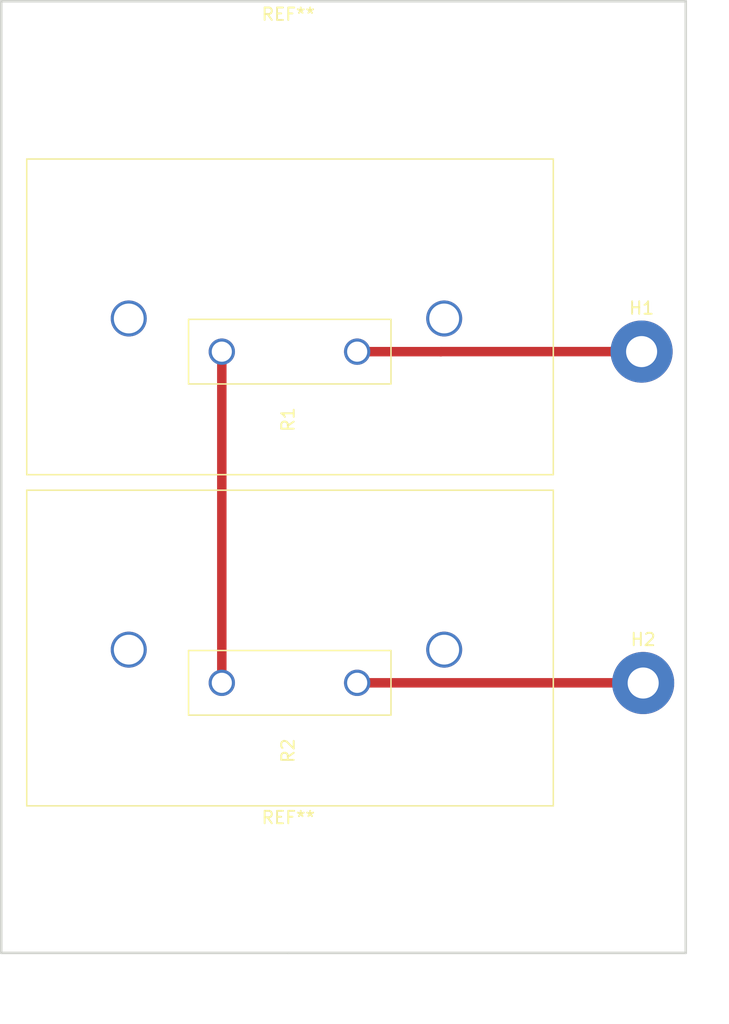
<source format=kicad_pcb>
(kicad_pcb (version 20211014) (generator pcbnew)
  (layers (0 "F.Cu" signal) (31 "B.Cu" signal) (34 "B.Paste" user) (35 "F.Paste" user) (36 "B.SilkS" user "B.Silkscreen") (37 "F.SilkS" user "F.Silkscreen") (38 "B.Mask" user) (39 "F.Mask" user) (44 "Edge.Cuts" user))
  (net 0 "")
  (net 1 "Net-(H1-Pad1)")
  (net 2 "Net-(H2-Pad1)")
  (net 3 "Net-(R1-Pad1)")
  (footprint "MountingHole:MountingHole_2.5mm_Pad" (layer "F.Cu") (at 170.942 117.475)
    (fp_text reference "H2" (at 0 -3.5) (layer "F.SilkS"))
    (fp_text value "MountingHole_Pad")
    (pad "1" thru_hole circle locked (at 0 0) (size 5 5) (drill 2.5) (layers *.Cu *.Mask) (net 2 "Net-(H2-Pad1)"))
  )
  (footprint "footprints:R_3k_HS_TO247" (layer "F.Cu") (at 137.013001 90.809001)
    (fp_text reference "R1" (at 5.334 5.461 270) (layer "F.SilkS"))
    (fp_text value "R_560_HS" hide)
    (fp_line (start 26.692 -15.5) (end -15.708 -15.5) (layer "F.SilkS") (width 0.12))
    (fp_line (start 13.622 2.6) (end -2.678 2.6) (layer "F.SilkS") (width 0.12))
    (fp_line (start -2.678 2.6) (end -2.678 -2.6) (layer "F.SilkS") (width 0.12))
    (fp_line (start 13.622 2.6) (end 13.622 -2.6) (layer "F.SilkS") (width 0.12))
    (fp_line (start 26.692 9.9) (end -15.708 9.9) (layer "F.SilkS") (width 0.12))
    (fp_line (start 13.622 -2.6) (end -2.678 -2.6) (layer "F.SilkS") (width 0.12))
    (fp_line (start -15.708 -15.5) (end -15.708 9.9) (layer "F.SilkS") (width 0.12))
    (fp_line (start 26.692 -15.5) (end 26.692 9.9) (layer "F.SilkS") (width 0.12))
    (pad "1" thru_hole circle locked (at 0 0) (size 2.12 2.12) (drill 1.62) (layers *.Cu *.Mask) (net 3 "Net-(R1-Pad1)"))
    (pad "2" thru_hole circle locked (at 10.9 0) (size 2.12 2.12) (drill 1.62) (layers *.Cu *.Mask) (net 1 "Net-(H1-Pad1)"))
    (pad "4" thru_hole circle locked (at -7.493 -2.67) (size 2.9 2.9) (drill 2.4) (layers *.Cu *.Mask))
    (pad "5" thru_hole circle locked (at 17.907 -2.67) (size 2.9 2.9) (drill 2.4) (layers *.Cu *.Mask))
  )
  (footprint "footprints:R_3k_HS_TO247" (layer "F.Cu") (at 137.013001 117.459001)
    (fp_text reference "R2" (at 5.334 5.461 270) (layer "F.SilkS"))
    (fp_text value "R_560_HS" hide)
    (fp_line (start 26.692 -15.5) (end 26.692 9.9) (layer "F.SilkS") (width 0.12))
    (fp_line (start 26.692 -15.5) (end -15.708 -15.5) (layer "F.SilkS") (width 0.12))
    (fp_line (start -2.678 2.6) (end -2.678 -2.6) (layer "F.SilkS") (width 0.12))
    (fp_line (start 13.622 2.6) (end 13.622 -2.6) (layer "F.SilkS") (width 0.12))
    (fp_line (start 13.622 -2.6) (end -2.678 -2.6) (layer "F.SilkS") (width 0.12))
    (fp_line (start 13.622 2.6) (end -2.678 2.6) (layer "F.SilkS") (width 0.12))
    (fp_line (start -15.708 -15.5) (end -15.708 9.9) (layer "F.SilkS") (width 0.12))
    (fp_line (start 26.692 9.9) (end -15.708 9.9) (layer "F.SilkS") (width 0.12))
    (pad "1" thru_hole circle locked (at 0 0) (size 2.12 2.12) (drill 1.62) (layers *.Cu *.Mask) (net 3 "Net-(R1-Pad1)"))
    (pad "2" thru_hole circle locked (at 10.9 0) (size 2.12 2.12) (drill 1.62) (layers *.Cu *.Mask) (net 2 "Net-(H2-Pad1)"))
    (pad "4" thru_hole circle locked (at -7.493 -2.67) (size 2.9 2.9) (drill 2.4) (layers *.Cu *.Mask))
    (pad "5" thru_hole circle locked (at 17.907 -2.67) (size 2.9 2.9) (drill 2.4) (layers *.Cu *.Mask))
  )
  (footprint "MountingHole:MountingHole_2.5mm_Pad" (layer "F.Cu") (at 170.815 90.805)
    (fp_text reference "H1" (at 0 -3.5) (layer "F.SilkS"))
    (fp_text value "MountingHole_Pad")
    (pad "1" thru_hole circle locked (at 0 0) (size 5 5) (drill 2.5) (layers *.Cu *.Mask) (net 1 "Net-(H1-Pad1)"))
  )
  (footprint "MountingHole:MountingHole_4.3mm_M4" (layer "F.Cu") (at 142.367 133.604)
    (fp_text reference "REF**" (at 0 -5.3) (layer "F.SilkS"))
    (fp_text value "MountingHole_4.3mm_M4")
    (pad "" np_thru_hole circle locked (at 0 0) (size 4.3 4.3) (drill 4.3) (layers *.Cu *.Mask))
  )
  (footprint "MountingHole:MountingHole_4.3mm_M4" (layer "F.Cu") (at 142.367 68.961)
    (fp_text reference "REF**" (at 0 -5.3) (layer "F.SilkS"))
    (fp_text value "MountingHole_4.3mm_M4")
    (pad "" np_thru_hole circle locked (at 0 0) (size 4.3 4.3) (drill 4.3) (layers *.Cu *.Mask))
  )
  (gr_line (start 119.253 139.192) (end 142.367 139.192) (layer "Edge.Cuts") (width 0.2))
  (gr_line (start 174.371 139.192) (end 174.371 62.611) (layer "Edge.Cuts") (width 0.2))
  (gr_line (start 174.371 62.611) (end 119.253 62.611) (layer "Edge.Cuts") (width 0.2))
  (gr_line (start 142.367 139.192) (end 174.371 139.192) (layer "Edge.Cuts") (width 0.2))
  (gr_line (start 119.253 62.611) (end 119.253 139.192) (layer "Edge.Cuts") (width 0.2))
  (segment (start 154.650566 90.805) (end 154.646565 90.809001) (width 0.762) (layer "F.Cu") (net 1))
  (segment (start 170.815 90.805) (end 154.650566 90.805) (width 0.762) (layer "F.Cu") (net 1))
  (segment (start 154.646565 90.809001) (end 147.913001 90.809001) (width 0.762) (layer "F.Cu") (net 1))
  (segment (start 147.913001 117.459001) (end 170.926001 117.459001) (width 0.762) (layer "F.Cu") (net 2))
  (segment (start 170.926001 117.459001) (end 170.942 117.475) (width 0.762) (layer "F.Cu") (net 2))
  (segment (start 137.013001 90.809001) (end 137.013001 117.459001) (width 0.762) (layer "F.Cu") (net 3))
)
</source>
